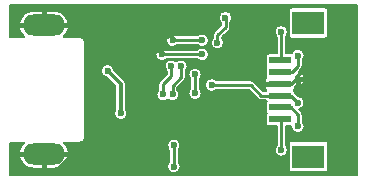
<source format=gbr>
G04 GENERATED BY PULSONIX 7.0 GERBER.DLL 4573*
%INI2C_TO_USB_BRIDGE_V1_0_2*%
%LNGERBER_BOTTOM*%
%FSLAX33Y33*%
%IPPOS*%
%LPD*%
%OFA0B0*%
%MOMM*%
%ADD145C,0.400*%
%ADD146C,0.250*%
%ADD180C,0.600*%
%ADD345C,0.150*%
%ADD527C,0.350*%
%ADD6184O,3.600X1.800*%
%ADD6185R,1.900X0.600*%
%ADD6186R,2.800X1.900*%
X0Y0D02*
D02*
D145*
X116276Y120478D02*
X115803D01*
X116276Y131378D02*
X115803D01*
X118053Y119600D02*
Y119128D01*
Y132255D02*
Y132728D01*
X119831Y120478D02*
X120303D01*
X119831Y131378D02*
X120303D01*
X137303Y126428D02*
X136653D01*
X139553Y126604D02*
Y126203D01*
X139777Y126828D02*
X140178D01*
D02*
D146*
X128053Y128928D02*
X131453D01*
X128153Y125528D02*
Y126425D01*
X128853Y127125*
Y127928*
X128953Y130128D02*
X131453D01*
X129053Y121228D02*
Y119428D01*
X129653Y127928D02*
Y126975D01*
X128953Y126275*
Y125528*
X130853Y127228D02*
Y125628D01*
X132753Y129928D02*
Y130528D01*
X133453Y131228*
Y132028*
X133428*
X138053Y124428D02*
X138953D01*
X139553Y123828*
Y122828*
X138053Y125428D02*
X136453D01*
X135553Y126328*
X132253*
X138053Y125428D02*
X138953D01*
X139553Y124828*
X138053Y127428D02*
X139053D01*
X139553Y127928*
Y128827*
X138153Y120828D02*
Y123328D01*
X138053Y123428*
X138153Y130827D02*
Y128528D01*
X138053Y128428*
D02*
D180*
X121753Y121128D03*
Y130727D03*
X122553Y121128D03*
Y130727D03*
X123453Y127528D03*
X123753Y124728D03*
X124553Y123928D03*
X124853Y128227D03*
X125453Y119428D03*
Y120428D03*
Y121328D03*
X125653Y122828D03*
X127053Y120428D03*
X128053Y128928D03*
X128153Y124128D03*
Y125528D03*
X128853Y127928D03*
X128953Y125528D03*
Y130128D03*
X129053Y119428D03*
Y121228D03*
X129653Y127928D03*
X130853Y125628D03*
Y127228D03*
X130888Y132028D03*
X131253Y123428D03*
X131453Y128928D03*
Y130128D03*
X132253Y126328D03*
X132753Y129928D03*
X133428Y132028D03*
X133953Y120128D03*
X134053Y121228D03*
X135253D03*
X138153Y120828D03*
Y130827D03*
X139553Y122828D03*
Y124828D03*
Y126828D03*
Y128827D03*
X142653Y132628D03*
D02*
D345*
X116380Y121428D02*
X115153D01*
Y118728*
X144553*
Y133128*
X115153*
Y130428*
X116380*
G75*
G02X117153Y132603I773J950*
G01*
X118953*
G75*
G02X119727Y130428J-1225*
G01*
X121053*
G75*
G02X121553Y129928J-500*
G01*
Y121928*
G75*
G02X121053Y121428I-500*
G01*
X119727*
G75*
G02X118953Y119253I-774J-950*
G01*
X117153*
G75*
G02X116380Y121428J1225*
G01*
X123388Y126956D02*
G75*
G02X122878Y127528I65J572D01*
G01*
G75*
G02X124024Y127593I575*
G01*
X124871Y126746*
G75*
G02X125003Y126428I-318J-318*
G01*
Y124285*
G75*
G02X125128Y123928I-449J-357*
G01*
G75*
G02X123978I-575*
G01*
G75*
G02X124103Y124285I574*
G01*
Y126241*
X123388Y126956*
X127753Y125941D02*
Y126425D01*
G75*
G02X127870Y126708I400*
G01*
X128453Y127291*
Y127514*
G75*
G02X128278Y127928I401J414*
G01*
G75*
G02X129253Y128341I575*
G01*
G75*
G02X130228Y127928I400J-413*
G01*
G75*
G02X130053Y127514I-576*
G01*
Y126975*
G75*
G02X129936Y126692I-400*
G01*
X129353Y126109*
Y125941*
G75*
G02X129528Y125528I-400J-413*
G01*
G75*
G02X128553Y125114I-575*
G01*
G75*
G02X127578Y125528I-400J414*
G01*
G75*
G02X127753Y125941I575*
G01*
X128466Y128528D02*
G75*
G02X127478Y128928I-413J400D01*
G01*
G75*
G02X128466Y129327I575*
G01*
X131040*
G75*
G02X132028Y128928I413J-399*
G01*
G75*
G02X131040Y128528I-575*
G01*
X128466*
X128653Y119841D02*
Y120814D01*
G75*
G02X128478Y121228I401J414*
G01*
G75*
G02X129628I575*
G01*
G75*
G02X129453Y120814I-576*
G01*
Y119841*
G75*
G02X129628Y119428I-400J-413*
G01*
G75*
G02X128478I-575*
G01*
G75*
G02X128653Y119841I575*
G01*
X129366Y129727D02*
G75*
G02X128378Y130128I-413J400D01*
G01*
G75*
G02X129366Y130528I575*
G01*
X131040*
G75*
G02X132028Y130128I413J-400*
G01*
G75*
G02X131040Y129727I-575J-1*
G01*
X129366*
X130453Y126041D02*
Y126814D01*
G75*
G02X130278Y127228I401J414*
G01*
G75*
G02X131428I575*
G01*
G75*
G02X131253Y126814I-576*
G01*
Y126041*
G75*
G02X131428Y125628I-400J-413*
G01*
G75*
G02X130278I-575*
G01*
G75*
G02X130453Y126041I575*
G01*
X132353Y130341D02*
Y130528D01*
G75*
G02X132470Y130810I399*
G01*
X133053Y131393*
Y131592*
G75*
G02X132853Y132028I375J436*
G01*
G75*
G02X134003I575*
G01*
G75*
G02X133853Y131640I-576*
G01*
Y131228*
G75*
G02X133736Y130945I-400*
G01*
X133153Y130362*
Y130341*
G75*
G02X133328Y129928I-400J-413*
G01*
G75*
G02X132178I-575*
G01*
G75*
G02X132353Y130341I575*
G01*
X132666Y125928D02*
G75*
G02X131678Y126328I-413J400D01*
G01*
G75*
G02X132666Y126728I575*
G01*
X135553*
G75*
G02X135836Y126610I-1J-401*
G01*
X136619Y125828*
X136847*
G75*
G02X136881Y125890I254J-99*
G01*
G75*
G02X136778Y126128I222J238*
G01*
Y126728*
G75*
G02X136881Y126965I324*
G01*
G75*
G02X136828Y127128I223J163*
G01*
Y127728*
G75*
G02X136914Y127928I275*
G01*
G75*
G02X136828Y128128I189J200*
G01*
Y128727*
G75*
G02X137103Y129003I275*
G01*
X137753*
Y130414*
G75*
G02X137578Y130827I400J413*
G01*
G75*
G02X138728I575*
G01*
G75*
G02X138553Y130414I-575*
G01*
Y129003*
X139003*
G75*
G02X139005Y129002I-120J-243*
G01*
G75*
G02X140128Y128827I548J-175*
G01*
G75*
G02X139953Y128414I-575*
G01*
Y127928*
G75*
G02X139836Y127645I-400*
G01*
X139638Y127447*
G75*
G02X140178Y126828I-85J-619*
G01*
G75*
G02X139328Y126244I-625*
G01*
Y126128*
G75*
G02X139225Y125890I-325*
G01*
G75*
G02X139278Y125728I-221J-162*
G01*
Y125668*
X139544Y125402*
G75*
G02X139680Y124267I9J-575*
G01*
X139836Y124110*
G75*
G02X139953Y123828I-282J-282*
G01*
Y123241*
G75*
G02X140128Y122828I-400J-413*
G01*
G75*
G02X138978I-575*
G01*
G75*
G02X138979Y122853I575J-10*
G01*
X138553*
Y121241*
G75*
G02X138728Y120828I-400J-413*
G01*
G75*
G02X137578I-575*
G01*
G75*
G02X137753Y121241I575*
G01*
Y122853*
X137103*
G75*
G02X136828Y123128J275*
G01*
Y123728*
G75*
G02X136914Y123928I275*
G01*
G75*
G02X136828Y124128I189J200*
G01*
Y124728*
G75*
G02X136914Y124928I275*
G01*
G75*
G02X136847Y125028I189J199*
G01*
X136453*
G75*
G02X136170Y125145J400*
G01*
X135387Y125928*
X132666*
X141853Y118953D02*
X139053D01*
G75*
G02X138778Y119228J275*
G01*
Y121328*
G75*
G02X139053Y121603I275*
G01*
X141853*
G75*
G02X142128Y121328J-275*
G01*
Y119228*
G75*
G02X141853Y118953I-275*
G01*
Y130253D02*
X139053D01*
G75*
G02X138778Y130528J275*
G01*
Y132628*
G75*
G02X139053Y132903I275*
G01*
X141853*
G75*
G02X142128Y132628J-275*
G01*
Y130528*
G75*
G02X141853Y130253I-275*
G01*
X121553Y125728D02*
G36*
Y121928D01*
G75*
G02X121053Y121428I-500*
G01*
X119727*
G75*
G02X120169Y120328I-774J-950*
G01*
X128653*
Y120814*
G75*
G02X128478Y121228I401J414*
G01*
G75*
G02X129628I575*
G01*
G75*
G02X129453Y120814I-576*
G01*
Y120328*
X137869*
G75*
G02X137753Y121241I284J500*
G01*
Y122853*
X137103*
G75*
G02X136828Y123128J275*
G01*
Y123728*
G75*
G02X136914Y123928I275*
G01*
G75*
G02X136828Y124128I189J200*
G01*
Y124728*
G75*
G02X136914Y124928I275*
G01*
G75*
G02X136847Y125028I189J199*
G01*
X136453*
G75*
G02X136170Y125145J400*
G01*
X135587Y125728*
X131419*
G75*
G02X131428Y125628I-566J-101*
G01*
G75*
G02X130278I-575*
G01*
G75*
G02X130287Y125728I575J-1*
G01*
X129492*
G75*
G02X128553Y125114I-539J-200*
G01*
G75*
G02X127614Y125728I-400J414*
G01*
X125003*
Y124285*
G75*
G02X125128Y123928I-449J-357*
G01*
G75*
G02X123978I-575*
G01*
G75*
G02X124103Y124285I574*
G01*
Y125728*
X121553*
G37*
X124103D02*
G36*
Y126241D01*
X123388Y126956*
G75*
G02X122878Y127528I65J572*
G01*
G75*
G02X124024Y127593I575*
G01*
X124871Y126746*
G75*
G02X125003Y126428I-318J-318*
G01*
Y125728*
X127614*
G75*
G02X127753Y125941I539J-200*
G01*
Y126425*
G75*
G02X127870Y126708I400*
G01*
X128453Y127291*
Y127514*
G75*
G02X128278Y127928I401J414*
G01*
G75*
G02X129253Y128341I575*
G01*
G75*
G02X130228Y127928I400J-413*
G01*
G75*
G02X130053Y127514I-576*
G01*
Y126975*
G75*
G02X129936Y126692I-400*
G01*
X129353Y126109*
Y125941*
G75*
G02X129492Y125728I-400J-413*
G01*
X130287*
G75*
G02X130453Y126041I566J-100*
G01*
Y126814*
G75*
G02X130278Y127228I401J414*
G01*
G75*
G02X131428I575*
G01*
G75*
G02X131253Y126814I-576*
G01*
Y126041*
G75*
G02X131419Y125728I-400J-413*
G01*
X135587*
X135387Y125928*
X132666*
G75*
G02X131678Y126328I-413J400*
G01*
G75*
G02X132666Y126728I575*
G01*
X135553*
G75*
G02X135836Y126610I-1J-401*
G01*
X136619Y125828*
X136847*
G75*
G02X136881Y125890I254J-99*
G01*
G75*
G02X136778Y126128I222J238*
G01*
Y126728*
G75*
G02X136881Y126965I324*
G01*
G75*
G02X136828Y127128I223J163*
G01*
Y127728*
G75*
G02X136914Y127928I275*
G01*
G75*
G02X136828Y128128I189J200*
G01*
Y128727*
G75*
G02X136914Y128928I276J1*
G01*
X132028*
G75*
G02X131040Y128528I-575*
G01*
X128466*
G75*
G02X127478Y128928I-413J400*
G01*
X121553*
Y125728*
X124103*
G37*
X139278D02*
G36*
Y125668D01*
X139544Y125402*
G75*
G02X139680Y124267I9J-575*
G01*
X139836Y124110*
G75*
G02X139953Y123828I-282J-282*
G01*
Y123241*
G75*
G02X140128Y122828I-400J-413*
G01*
G75*
G02X138978I-575*
G01*
G75*
G02X138979Y122853I575J-10*
G01*
X138553*
Y121241*
G75*
G02X138437Y120328I-400J-413*
G01*
X138778*
Y121328*
G75*
G02X139053Y121603I275*
G01*
X141853*
G75*
G02X142128Y121328J-275*
G01*
Y120328*
X144553*
Y125728*
X139278*
G37*
X144553D02*
G36*
Y128928D01*
X140119*
G75*
G02X139953Y128414I-567J-101*
G01*
Y127928*
G75*
G02X139836Y127645I-400*
G01*
X139638Y127447*
G75*
G02X140178Y126828I-85J-619*
G01*
G75*
G02X139328Y126244I-625*
G01*
Y126128*
G75*
G02X139225Y125890I-325*
G01*
G75*
G02X139278Y125728I-221J-162*
G01*
X144553*
G37*
X127478Y128928D02*
G36*
G75*
G02X128466Y129327I575D01*
G01*
X131040*
G75*
G02X132028Y128928I413J-399*
G01*
X136914*
G75*
G02X137103Y129003I189J-200*
G01*
X137753*
Y130128*
X133292*
G75*
G02X133328Y129928I-539J-200*
G01*
G75*
G02X132178I-575*
G01*
G75*
G02X132214Y130128I575*
G01*
X132028*
G75*
G02X131040Y129727I-575J-1*
G01*
X129366*
G75*
G02X128378Y130128I-413J400*
G01*
X121511*
G75*
G02X121553Y129928I-458J-201*
G01*
Y128928*
X127478*
G37*
X144553D02*
G36*
Y130128D01*
X138553*
Y129003*
X139003*
G75*
G02X139005Y129002I-120J-243*
G01*
G75*
G02X140119Y128928I548J-174*
G01*
X144553*
G37*
X120169Y120328D02*
G36*
G75*
G02X118953Y119253I-1216J150D01*
G01*
X117153*
G75*
G02X116380Y121428J1225*
G01*
X115153*
Y118728*
X144553*
Y120328*
X142128*
Y119228*
G75*
G02X141853Y118953I-275*
G01*
X139053*
G75*
G02X138778Y119228J275*
G01*
Y120328*
X138437*
G75*
G02X137869I-284J500*
G01*
X129453*
Y119841*
G75*
G02X129628Y119428I-400J-413*
G01*
G75*
G02X128478I-575*
G01*
G75*
G02X128653Y119841I575*
G01*
Y120328*
X120169*
G37*
X128378Y130128D02*
G36*
G75*
G02X129366Y130528I575D01*
G01*
X131040*
G75*
G02X132028Y130128I413J-400*
G01*
X132214*
G75*
G02X132353Y130341I539J-200*
G01*
Y130528*
G75*
G02X132470Y130810I399*
G01*
X133053Y131393*
Y131578*
X120162*
G75*
G02X119727Y130428I-1208J-200*
G01*
X121053*
G75*
G02X121511Y130128J-500*
G01*
X128378*
G37*
X137753D02*
G36*
Y130414D01*
G75*
G02X137578Y130827I400J413*
G01*
G75*
G02X138728I575*
G01*
G75*
G02X138553Y130414I-575*
G01*
Y130128*
X144553*
Y131578*
X142128*
Y130528*
G75*
G02X141853Y130253I-275*
G01*
X139053*
G75*
G02X138778Y130528J275*
G01*
Y131578*
X133853*
Y131228*
G75*
G02X133736Y130945I-400*
G01*
X133153Y130362*
Y130341*
G75*
G02X133292Y130128I-400J-413*
G01*
X137753*
G37*
X133053Y131578D02*
G36*
Y131592D01*
G75*
G02X132853Y132028I375J436*
G01*
G75*
G02X134003I575*
G01*
G75*
G02X133853Y131640I-576*
G01*
Y131578*
X138778*
Y132628*
G75*
G02X139053Y132903I275*
G01*
X141853*
G75*
G02X142128Y132628J-275*
G01*
Y131578*
X144553*
Y133128*
X115153*
Y130428*
X116380*
G75*
G02X117153Y132603I773J950*
G01*
X118953*
G75*
G02X120162Y131578J-1225*
G01*
X133053*
G37*
D02*
D527*
X123453Y127528D02*
X124553Y126428D01*
Y123928*
X138053Y126428D02*
X139053D01*
X139453Y126828*
X139553*
Y127128*
X140053Y127628*
D02*
D6184*
X118053Y120478D03*
Y131378D03*
D02*
D6185*
X138053Y123428D03*
Y124428D03*
Y125428D03*
Y126428D03*
Y127428D03*
Y128428D03*
D02*
D6186*
X140453Y120278D03*
Y131578D03*
X0Y0D02*
M02*

</source>
